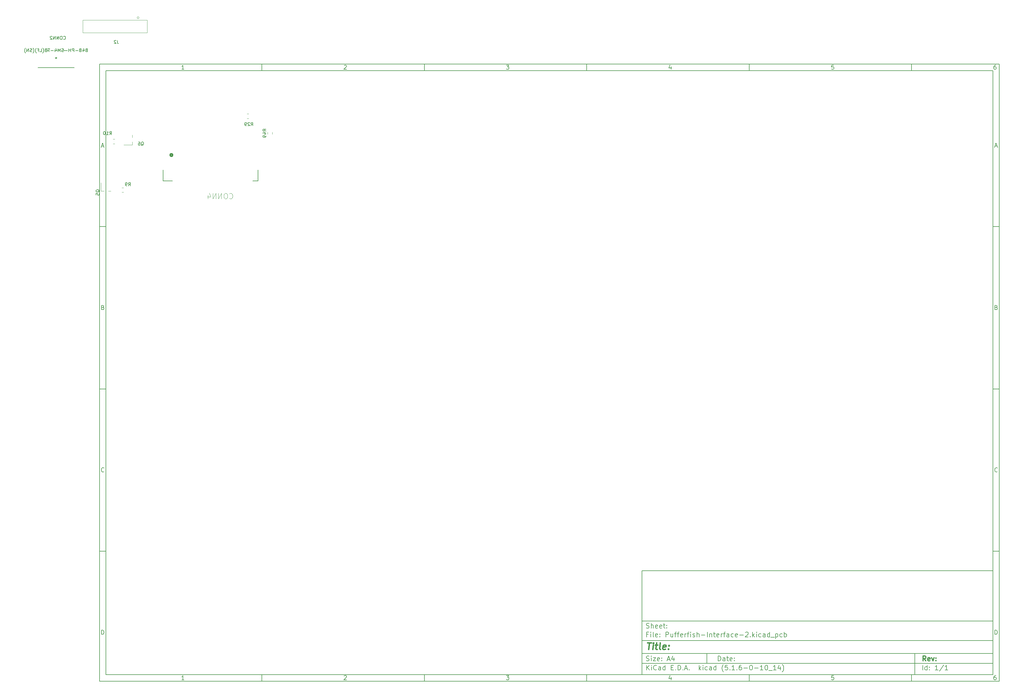
<source format=gbr>
G04 #@! TF.GenerationSoftware,KiCad,Pcbnew,(5.1.6-0-10_14)*
G04 #@! TF.CreationDate,2020-09-30T23:02:34-04:00*
G04 #@! TF.ProjectId,Pufferfish-Interface-2,50756666-6572-4666-9973-682d496e7465,rev?*
G04 #@! TF.SameCoordinates,Original*
G04 #@! TF.FileFunction,Legend,Bot*
G04 #@! TF.FilePolarity,Positive*
%FSLAX46Y46*%
G04 Gerber Fmt 4.6, Leading zero omitted, Abs format (unit mm)*
G04 Created by KiCad (PCBNEW (5.1.6-0-10_14)) date 2020-09-30 23:02:34*
%MOMM*%
%LPD*%
G01*
G04 APERTURE LIST*
%ADD10C,0.100000*%
%ADD11C,0.150000*%
%ADD12C,0.300000*%
%ADD13C,0.400000*%
%ADD14C,0.152400*%
%ADD15C,0.120000*%
%ADD16C,0.508000*%
%ADD17C,0.015000*%
G04 APERTURE END LIST*
D10*
D11*
X177002200Y-166007200D02*
X177002200Y-198007200D01*
X285002200Y-198007200D01*
X285002200Y-166007200D01*
X177002200Y-166007200D01*
D10*
D11*
X10000000Y-10000000D02*
X10000000Y-200007200D01*
X287002200Y-200007200D01*
X287002200Y-10000000D01*
X10000000Y-10000000D01*
D10*
D11*
X12000000Y-12000000D02*
X12000000Y-198007200D01*
X285002200Y-198007200D01*
X285002200Y-12000000D01*
X12000000Y-12000000D01*
D10*
D11*
X60000000Y-12000000D02*
X60000000Y-10000000D01*
D10*
D11*
X110000000Y-12000000D02*
X110000000Y-10000000D01*
D10*
D11*
X160000000Y-12000000D02*
X160000000Y-10000000D01*
D10*
D11*
X210000000Y-12000000D02*
X210000000Y-10000000D01*
D10*
D11*
X260000000Y-12000000D02*
X260000000Y-10000000D01*
D10*
D11*
X36065476Y-11588095D02*
X35322619Y-11588095D01*
X35694047Y-11588095D02*
X35694047Y-10288095D01*
X35570238Y-10473809D01*
X35446428Y-10597619D01*
X35322619Y-10659523D01*
D10*
D11*
X85322619Y-10411904D02*
X85384523Y-10350000D01*
X85508333Y-10288095D01*
X85817857Y-10288095D01*
X85941666Y-10350000D01*
X86003571Y-10411904D01*
X86065476Y-10535714D01*
X86065476Y-10659523D01*
X86003571Y-10845238D01*
X85260714Y-11588095D01*
X86065476Y-11588095D01*
D10*
D11*
X135260714Y-10288095D02*
X136065476Y-10288095D01*
X135632142Y-10783333D01*
X135817857Y-10783333D01*
X135941666Y-10845238D01*
X136003571Y-10907142D01*
X136065476Y-11030952D01*
X136065476Y-11340476D01*
X136003571Y-11464285D01*
X135941666Y-11526190D01*
X135817857Y-11588095D01*
X135446428Y-11588095D01*
X135322619Y-11526190D01*
X135260714Y-11464285D01*
D10*
D11*
X185941666Y-10721428D02*
X185941666Y-11588095D01*
X185632142Y-10226190D02*
X185322619Y-11154761D01*
X186127380Y-11154761D01*
D10*
D11*
X236003571Y-10288095D02*
X235384523Y-10288095D01*
X235322619Y-10907142D01*
X235384523Y-10845238D01*
X235508333Y-10783333D01*
X235817857Y-10783333D01*
X235941666Y-10845238D01*
X236003571Y-10907142D01*
X236065476Y-11030952D01*
X236065476Y-11340476D01*
X236003571Y-11464285D01*
X235941666Y-11526190D01*
X235817857Y-11588095D01*
X235508333Y-11588095D01*
X235384523Y-11526190D01*
X235322619Y-11464285D01*
D10*
D11*
X285941666Y-10288095D02*
X285694047Y-10288095D01*
X285570238Y-10350000D01*
X285508333Y-10411904D01*
X285384523Y-10597619D01*
X285322619Y-10845238D01*
X285322619Y-11340476D01*
X285384523Y-11464285D01*
X285446428Y-11526190D01*
X285570238Y-11588095D01*
X285817857Y-11588095D01*
X285941666Y-11526190D01*
X286003571Y-11464285D01*
X286065476Y-11340476D01*
X286065476Y-11030952D01*
X286003571Y-10907142D01*
X285941666Y-10845238D01*
X285817857Y-10783333D01*
X285570238Y-10783333D01*
X285446428Y-10845238D01*
X285384523Y-10907142D01*
X285322619Y-11030952D01*
D10*
D11*
X60000000Y-198007200D02*
X60000000Y-200007200D01*
D10*
D11*
X110000000Y-198007200D02*
X110000000Y-200007200D01*
D10*
D11*
X160000000Y-198007200D02*
X160000000Y-200007200D01*
D10*
D11*
X210000000Y-198007200D02*
X210000000Y-200007200D01*
D10*
D11*
X260000000Y-198007200D02*
X260000000Y-200007200D01*
D10*
D11*
X36065476Y-199595295D02*
X35322619Y-199595295D01*
X35694047Y-199595295D02*
X35694047Y-198295295D01*
X35570238Y-198481009D01*
X35446428Y-198604819D01*
X35322619Y-198666723D01*
D10*
D11*
X85322619Y-198419104D02*
X85384523Y-198357200D01*
X85508333Y-198295295D01*
X85817857Y-198295295D01*
X85941666Y-198357200D01*
X86003571Y-198419104D01*
X86065476Y-198542914D01*
X86065476Y-198666723D01*
X86003571Y-198852438D01*
X85260714Y-199595295D01*
X86065476Y-199595295D01*
D10*
D11*
X135260714Y-198295295D02*
X136065476Y-198295295D01*
X135632142Y-198790533D01*
X135817857Y-198790533D01*
X135941666Y-198852438D01*
X136003571Y-198914342D01*
X136065476Y-199038152D01*
X136065476Y-199347676D01*
X136003571Y-199471485D01*
X135941666Y-199533390D01*
X135817857Y-199595295D01*
X135446428Y-199595295D01*
X135322619Y-199533390D01*
X135260714Y-199471485D01*
D10*
D11*
X185941666Y-198728628D02*
X185941666Y-199595295D01*
X185632142Y-198233390D02*
X185322619Y-199161961D01*
X186127380Y-199161961D01*
D10*
D11*
X236003571Y-198295295D02*
X235384523Y-198295295D01*
X235322619Y-198914342D01*
X235384523Y-198852438D01*
X235508333Y-198790533D01*
X235817857Y-198790533D01*
X235941666Y-198852438D01*
X236003571Y-198914342D01*
X236065476Y-199038152D01*
X236065476Y-199347676D01*
X236003571Y-199471485D01*
X235941666Y-199533390D01*
X235817857Y-199595295D01*
X235508333Y-199595295D01*
X235384523Y-199533390D01*
X235322619Y-199471485D01*
D10*
D11*
X285941666Y-198295295D02*
X285694047Y-198295295D01*
X285570238Y-198357200D01*
X285508333Y-198419104D01*
X285384523Y-198604819D01*
X285322619Y-198852438D01*
X285322619Y-199347676D01*
X285384523Y-199471485D01*
X285446428Y-199533390D01*
X285570238Y-199595295D01*
X285817857Y-199595295D01*
X285941666Y-199533390D01*
X286003571Y-199471485D01*
X286065476Y-199347676D01*
X286065476Y-199038152D01*
X286003571Y-198914342D01*
X285941666Y-198852438D01*
X285817857Y-198790533D01*
X285570238Y-198790533D01*
X285446428Y-198852438D01*
X285384523Y-198914342D01*
X285322619Y-199038152D01*
D10*
D11*
X10000000Y-60000000D02*
X12000000Y-60000000D01*
D10*
D11*
X10000000Y-110000000D02*
X12000000Y-110000000D01*
D10*
D11*
X10000000Y-160000000D02*
X12000000Y-160000000D01*
D10*
D11*
X10690476Y-35216666D02*
X11309523Y-35216666D01*
X10566666Y-35588095D02*
X11000000Y-34288095D01*
X11433333Y-35588095D01*
D10*
D11*
X11092857Y-84907142D02*
X11278571Y-84969047D01*
X11340476Y-85030952D01*
X11402380Y-85154761D01*
X11402380Y-85340476D01*
X11340476Y-85464285D01*
X11278571Y-85526190D01*
X11154761Y-85588095D01*
X10659523Y-85588095D01*
X10659523Y-84288095D01*
X11092857Y-84288095D01*
X11216666Y-84350000D01*
X11278571Y-84411904D01*
X11340476Y-84535714D01*
X11340476Y-84659523D01*
X11278571Y-84783333D01*
X11216666Y-84845238D01*
X11092857Y-84907142D01*
X10659523Y-84907142D01*
D10*
D11*
X11402380Y-135464285D02*
X11340476Y-135526190D01*
X11154761Y-135588095D01*
X11030952Y-135588095D01*
X10845238Y-135526190D01*
X10721428Y-135402380D01*
X10659523Y-135278571D01*
X10597619Y-135030952D01*
X10597619Y-134845238D01*
X10659523Y-134597619D01*
X10721428Y-134473809D01*
X10845238Y-134350000D01*
X11030952Y-134288095D01*
X11154761Y-134288095D01*
X11340476Y-134350000D01*
X11402380Y-134411904D01*
D10*
D11*
X10659523Y-185588095D02*
X10659523Y-184288095D01*
X10969047Y-184288095D01*
X11154761Y-184350000D01*
X11278571Y-184473809D01*
X11340476Y-184597619D01*
X11402380Y-184845238D01*
X11402380Y-185030952D01*
X11340476Y-185278571D01*
X11278571Y-185402380D01*
X11154761Y-185526190D01*
X10969047Y-185588095D01*
X10659523Y-185588095D01*
D10*
D11*
X287002200Y-60000000D02*
X285002200Y-60000000D01*
D10*
D11*
X287002200Y-110000000D02*
X285002200Y-110000000D01*
D10*
D11*
X287002200Y-160000000D02*
X285002200Y-160000000D01*
D10*
D11*
X285692676Y-35216666D02*
X286311723Y-35216666D01*
X285568866Y-35588095D02*
X286002200Y-34288095D01*
X286435533Y-35588095D01*
D10*
D11*
X286095057Y-84907142D02*
X286280771Y-84969047D01*
X286342676Y-85030952D01*
X286404580Y-85154761D01*
X286404580Y-85340476D01*
X286342676Y-85464285D01*
X286280771Y-85526190D01*
X286156961Y-85588095D01*
X285661723Y-85588095D01*
X285661723Y-84288095D01*
X286095057Y-84288095D01*
X286218866Y-84350000D01*
X286280771Y-84411904D01*
X286342676Y-84535714D01*
X286342676Y-84659523D01*
X286280771Y-84783333D01*
X286218866Y-84845238D01*
X286095057Y-84907142D01*
X285661723Y-84907142D01*
D10*
D11*
X286404580Y-135464285D02*
X286342676Y-135526190D01*
X286156961Y-135588095D01*
X286033152Y-135588095D01*
X285847438Y-135526190D01*
X285723628Y-135402380D01*
X285661723Y-135278571D01*
X285599819Y-135030952D01*
X285599819Y-134845238D01*
X285661723Y-134597619D01*
X285723628Y-134473809D01*
X285847438Y-134350000D01*
X286033152Y-134288095D01*
X286156961Y-134288095D01*
X286342676Y-134350000D01*
X286404580Y-134411904D01*
D10*
D11*
X285661723Y-185588095D02*
X285661723Y-184288095D01*
X285971247Y-184288095D01*
X286156961Y-184350000D01*
X286280771Y-184473809D01*
X286342676Y-184597619D01*
X286404580Y-184845238D01*
X286404580Y-185030952D01*
X286342676Y-185278571D01*
X286280771Y-185402380D01*
X286156961Y-185526190D01*
X285971247Y-185588095D01*
X285661723Y-185588095D01*
D10*
D11*
X200434342Y-193785771D02*
X200434342Y-192285771D01*
X200791485Y-192285771D01*
X201005771Y-192357200D01*
X201148628Y-192500057D01*
X201220057Y-192642914D01*
X201291485Y-192928628D01*
X201291485Y-193142914D01*
X201220057Y-193428628D01*
X201148628Y-193571485D01*
X201005771Y-193714342D01*
X200791485Y-193785771D01*
X200434342Y-193785771D01*
X202577200Y-193785771D02*
X202577200Y-193000057D01*
X202505771Y-192857200D01*
X202362914Y-192785771D01*
X202077200Y-192785771D01*
X201934342Y-192857200D01*
X202577200Y-193714342D02*
X202434342Y-193785771D01*
X202077200Y-193785771D01*
X201934342Y-193714342D01*
X201862914Y-193571485D01*
X201862914Y-193428628D01*
X201934342Y-193285771D01*
X202077200Y-193214342D01*
X202434342Y-193214342D01*
X202577200Y-193142914D01*
X203077200Y-192785771D02*
X203648628Y-192785771D01*
X203291485Y-192285771D02*
X203291485Y-193571485D01*
X203362914Y-193714342D01*
X203505771Y-193785771D01*
X203648628Y-193785771D01*
X204720057Y-193714342D02*
X204577200Y-193785771D01*
X204291485Y-193785771D01*
X204148628Y-193714342D01*
X204077200Y-193571485D01*
X204077200Y-193000057D01*
X204148628Y-192857200D01*
X204291485Y-192785771D01*
X204577200Y-192785771D01*
X204720057Y-192857200D01*
X204791485Y-193000057D01*
X204791485Y-193142914D01*
X204077200Y-193285771D01*
X205434342Y-193642914D02*
X205505771Y-193714342D01*
X205434342Y-193785771D01*
X205362914Y-193714342D01*
X205434342Y-193642914D01*
X205434342Y-193785771D01*
X205434342Y-192857200D02*
X205505771Y-192928628D01*
X205434342Y-193000057D01*
X205362914Y-192928628D01*
X205434342Y-192857200D01*
X205434342Y-193000057D01*
D10*
D11*
X177002200Y-194507200D02*
X285002200Y-194507200D01*
D10*
D11*
X178434342Y-196585771D02*
X178434342Y-195085771D01*
X179291485Y-196585771D02*
X178648628Y-195728628D01*
X179291485Y-195085771D02*
X178434342Y-195942914D01*
X179934342Y-196585771D02*
X179934342Y-195585771D01*
X179934342Y-195085771D02*
X179862914Y-195157200D01*
X179934342Y-195228628D01*
X180005771Y-195157200D01*
X179934342Y-195085771D01*
X179934342Y-195228628D01*
X181505771Y-196442914D02*
X181434342Y-196514342D01*
X181220057Y-196585771D01*
X181077200Y-196585771D01*
X180862914Y-196514342D01*
X180720057Y-196371485D01*
X180648628Y-196228628D01*
X180577200Y-195942914D01*
X180577200Y-195728628D01*
X180648628Y-195442914D01*
X180720057Y-195300057D01*
X180862914Y-195157200D01*
X181077200Y-195085771D01*
X181220057Y-195085771D01*
X181434342Y-195157200D01*
X181505771Y-195228628D01*
X182791485Y-196585771D02*
X182791485Y-195800057D01*
X182720057Y-195657200D01*
X182577200Y-195585771D01*
X182291485Y-195585771D01*
X182148628Y-195657200D01*
X182791485Y-196514342D02*
X182648628Y-196585771D01*
X182291485Y-196585771D01*
X182148628Y-196514342D01*
X182077200Y-196371485D01*
X182077200Y-196228628D01*
X182148628Y-196085771D01*
X182291485Y-196014342D01*
X182648628Y-196014342D01*
X182791485Y-195942914D01*
X184148628Y-196585771D02*
X184148628Y-195085771D01*
X184148628Y-196514342D02*
X184005771Y-196585771D01*
X183720057Y-196585771D01*
X183577200Y-196514342D01*
X183505771Y-196442914D01*
X183434342Y-196300057D01*
X183434342Y-195871485D01*
X183505771Y-195728628D01*
X183577200Y-195657200D01*
X183720057Y-195585771D01*
X184005771Y-195585771D01*
X184148628Y-195657200D01*
X186005771Y-195800057D02*
X186505771Y-195800057D01*
X186720057Y-196585771D02*
X186005771Y-196585771D01*
X186005771Y-195085771D01*
X186720057Y-195085771D01*
X187362914Y-196442914D02*
X187434342Y-196514342D01*
X187362914Y-196585771D01*
X187291485Y-196514342D01*
X187362914Y-196442914D01*
X187362914Y-196585771D01*
X188077200Y-196585771D02*
X188077200Y-195085771D01*
X188434342Y-195085771D01*
X188648628Y-195157200D01*
X188791485Y-195300057D01*
X188862914Y-195442914D01*
X188934342Y-195728628D01*
X188934342Y-195942914D01*
X188862914Y-196228628D01*
X188791485Y-196371485D01*
X188648628Y-196514342D01*
X188434342Y-196585771D01*
X188077200Y-196585771D01*
X189577200Y-196442914D02*
X189648628Y-196514342D01*
X189577200Y-196585771D01*
X189505771Y-196514342D01*
X189577200Y-196442914D01*
X189577200Y-196585771D01*
X190220057Y-196157200D02*
X190934342Y-196157200D01*
X190077200Y-196585771D02*
X190577200Y-195085771D01*
X191077200Y-196585771D01*
X191577200Y-196442914D02*
X191648628Y-196514342D01*
X191577200Y-196585771D01*
X191505771Y-196514342D01*
X191577200Y-196442914D01*
X191577200Y-196585771D01*
X194577200Y-196585771D02*
X194577200Y-195085771D01*
X194720057Y-196014342D02*
X195148628Y-196585771D01*
X195148628Y-195585771D02*
X194577200Y-196157200D01*
X195791485Y-196585771D02*
X195791485Y-195585771D01*
X195791485Y-195085771D02*
X195720057Y-195157200D01*
X195791485Y-195228628D01*
X195862914Y-195157200D01*
X195791485Y-195085771D01*
X195791485Y-195228628D01*
X197148628Y-196514342D02*
X197005771Y-196585771D01*
X196720057Y-196585771D01*
X196577200Y-196514342D01*
X196505771Y-196442914D01*
X196434342Y-196300057D01*
X196434342Y-195871485D01*
X196505771Y-195728628D01*
X196577200Y-195657200D01*
X196720057Y-195585771D01*
X197005771Y-195585771D01*
X197148628Y-195657200D01*
X198434342Y-196585771D02*
X198434342Y-195800057D01*
X198362914Y-195657200D01*
X198220057Y-195585771D01*
X197934342Y-195585771D01*
X197791485Y-195657200D01*
X198434342Y-196514342D02*
X198291485Y-196585771D01*
X197934342Y-196585771D01*
X197791485Y-196514342D01*
X197720057Y-196371485D01*
X197720057Y-196228628D01*
X197791485Y-196085771D01*
X197934342Y-196014342D01*
X198291485Y-196014342D01*
X198434342Y-195942914D01*
X199791485Y-196585771D02*
X199791485Y-195085771D01*
X199791485Y-196514342D02*
X199648628Y-196585771D01*
X199362914Y-196585771D01*
X199220057Y-196514342D01*
X199148628Y-196442914D01*
X199077200Y-196300057D01*
X199077200Y-195871485D01*
X199148628Y-195728628D01*
X199220057Y-195657200D01*
X199362914Y-195585771D01*
X199648628Y-195585771D01*
X199791485Y-195657200D01*
X202077200Y-197157200D02*
X202005771Y-197085771D01*
X201862914Y-196871485D01*
X201791485Y-196728628D01*
X201720057Y-196514342D01*
X201648628Y-196157200D01*
X201648628Y-195871485D01*
X201720057Y-195514342D01*
X201791485Y-195300057D01*
X201862914Y-195157200D01*
X202005771Y-194942914D01*
X202077200Y-194871485D01*
X203362914Y-195085771D02*
X202648628Y-195085771D01*
X202577200Y-195800057D01*
X202648628Y-195728628D01*
X202791485Y-195657200D01*
X203148628Y-195657200D01*
X203291485Y-195728628D01*
X203362914Y-195800057D01*
X203434342Y-195942914D01*
X203434342Y-196300057D01*
X203362914Y-196442914D01*
X203291485Y-196514342D01*
X203148628Y-196585771D01*
X202791485Y-196585771D01*
X202648628Y-196514342D01*
X202577200Y-196442914D01*
X204077200Y-196442914D02*
X204148628Y-196514342D01*
X204077200Y-196585771D01*
X204005771Y-196514342D01*
X204077200Y-196442914D01*
X204077200Y-196585771D01*
X205577200Y-196585771D02*
X204720057Y-196585771D01*
X205148628Y-196585771D02*
X205148628Y-195085771D01*
X205005771Y-195300057D01*
X204862914Y-195442914D01*
X204720057Y-195514342D01*
X206220057Y-196442914D02*
X206291485Y-196514342D01*
X206220057Y-196585771D01*
X206148628Y-196514342D01*
X206220057Y-196442914D01*
X206220057Y-196585771D01*
X207577200Y-195085771D02*
X207291485Y-195085771D01*
X207148628Y-195157200D01*
X207077200Y-195228628D01*
X206934342Y-195442914D01*
X206862914Y-195728628D01*
X206862914Y-196300057D01*
X206934342Y-196442914D01*
X207005771Y-196514342D01*
X207148628Y-196585771D01*
X207434342Y-196585771D01*
X207577200Y-196514342D01*
X207648628Y-196442914D01*
X207720057Y-196300057D01*
X207720057Y-195942914D01*
X207648628Y-195800057D01*
X207577200Y-195728628D01*
X207434342Y-195657200D01*
X207148628Y-195657200D01*
X207005771Y-195728628D01*
X206934342Y-195800057D01*
X206862914Y-195942914D01*
X208362914Y-196014342D02*
X209505771Y-196014342D01*
X210505771Y-195085771D02*
X210648628Y-195085771D01*
X210791485Y-195157200D01*
X210862914Y-195228628D01*
X210934342Y-195371485D01*
X211005771Y-195657200D01*
X211005771Y-196014342D01*
X210934342Y-196300057D01*
X210862914Y-196442914D01*
X210791485Y-196514342D01*
X210648628Y-196585771D01*
X210505771Y-196585771D01*
X210362914Y-196514342D01*
X210291485Y-196442914D01*
X210220057Y-196300057D01*
X210148628Y-196014342D01*
X210148628Y-195657200D01*
X210220057Y-195371485D01*
X210291485Y-195228628D01*
X210362914Y-195157200D01*
X210505771Y-195085771D01*
X211648628Y-196014342D02*
X212791485Y-196014342D01*
X214291485Y-196585771D02*
X213434342Y-196585771D01*
X213862914Y-196585771D02*
X213862914Y-195085771D01*
X213720057Y-195300057D01*
X213577200Y-195442914D01*
X213434342Y-195514342D01*
X215220057Y-195085771D02*
X215362914Y-195085771D01*
X215505771Y-195157200D01*
X215577200Y-195228628D01*
X215648628Y-195371485D01*
X215720057Y-195657200D01*
X215720057Y-196014342D01*
X215648628Y-196300057D01*
X215577200Y-196442914D01*
X215505771Y-196514342D01*
X215362914Y-196585771D01*
X215220057Y-196585771D01*
X215077200Y-196514342D01*
X215005771Y-196442914D01*
X214934342Y-196300057D01*
X214862914Y-196014342D01*
X214862914Y-195657200D01*
X214934342Y-195371485D01*
X215005771Y-195228628D01*
X215077200Y-195157200D01*
X215220057Y-195085771D01*
X216005771Y-196728628D02*
X217148628Y-196728628D01*
X218291485Y-196585771D02*
X217434342Y-196585771D01*
X217862914Y-196585771D02*
X217862914Y-195085771D01*
X217720057Y-195300057D01*
X217577200Y-195442914D01*
X217434342Y-195514342D01*
X219577200Y-195585771D02*
X219577200Y-196585771D01*
X219220057Y-195014342D02*
X218862914Y-196085771D01*
X219791485Y-196085771D01*
X220220057Y-197157200D02*
X220291485Y-197085771D01*
X220434342Y-196871485D01*
X220505771Y-196728628D01*
X220577200Y-196514342D01*
X220648628Y-196157200D01*
X220648628Y-195871485D01*
X220577200Y-195514342D01*
X220505771Y-195300057D01*
X220434342Y-195157200D01*
X220291485Y-194942914D01*
X220220057Y-194871485D01*
D10*
D11*
X177002200Y-191507200D02*
X285002200Y-191507200D01*
D10*
D12*
X264411485Y-193785771D02*
X263911485Y-193071485D01*
X263554342Y-193785771D02*
X263554342Y-192285771D01*
X264125771Y-192285771D01*
X264268628Y-192357200D01*
X264340057Y-192428628D01*
X264411485Y-192571485D01*
X264411485Y-192785771D01*
X264340057Y-192928628D01*
X264268628Y-193000057D01*
X264125771Y-193071485D01*
X263554342Y-193071485D01*
X265625771Y-193714342D02*
X265482914Y-193785771D01*
X265197200Y-193785771D01*
X265054342Y-193714342D01*
X264982914Y-193571485D01*
X264982914Y-193000057D01*
X265054342Y-192857200D01*
X265197200Y-192785771D01*
X265482914Y-192785771D01*
X265625771Y-192857200D01*
X265697200Y-193000057D01*
X265697200Y-193142914D01*
X264982914Y-193285771D01*
X266197200Y-192785771D02*
X266554342Y-193785771D01*
X266911485Y-192785771D01*
X267482914Y-193642914D02*
X267554342Y-193714342D01*
X267482914Y-193785771D01*
X267411485Y-193714342D01*
X267482914Y-193642914D01*
X267482914Y-193785771D01*
X267482914Y-192857200D02*
X267554342Y-192928628D01*
X267482914Y-193000057D01*
X267411485Y-192928628D01*
X267482914Y-192857200D01*
X267482914Y-193000057D01*
D10*
D11*
X178362914Y-193714342D02*
X178577200Y-193785771D01*
X178934342Y-193785771D01*
X179077200Y-193714342D01*
X179148628Y-193642914D01*
X179220057Y-193500057D01*
X179220057Y-193357200D01*
X179148628Y-193214342D01*
X179077200Y-193142914D01*
X178934342Y-193071485D01*
X178648628Y-193000057D01*
X178505771Y-192928628D01*
X178434342Y-192857200D01*
X178362914Y-192714342D01*
X178362914Y-192571485D01*
X178434342Y-192428628D01*
X178505771Y-192357200D01*
X178648628Y-192285771D01*
X179005771Y-192285771D01*
X179220057Y-192357200D01*
X179862914Y-193785771D02*
X179862914Y-192785771D01*
X179862914Y-192285771D02*
X179791485Y-192357200D01*
X179862914Y-192428628D01*
X179934342Y-192357200D01*
X179862914Y-192285771D01*
X179862914Y-192428628D01*
X180434342Y-192785771D02*
X181220057Y-192785771D01*
X180434342Y-193785771D01*
X181220057Y-193785771D01*
X182362914Y-193714342D02*
X182220057Y-193785771D01*
X181934342Y-193785771D01*
X181791485Y-193714342D01*
X181720057Y-193571485D01*
X181720057Y-193000057D01*
X181791485Y-192857200D01*
X181934342Y-192785771D01*
X182220057Y-192785771D01*
X182362914Y-192857200D01*
X182434342Y-193000057D01*
X182434342Y-193142914D01*
X181720057Y-193285771D01*
X183077200Y-193642914D02*
X183148628Y-193714342D01*
X183077200Y-193785771D01*
X183005771Y-193714342D01*
X183077200Y-193642914D01*
X183077200Y-193785771D01*
X183077200Y-192857200D02*
X183148628Y-192928628D01*
X183077200Y-193000057D01*
X183005771Y-192928628D01*
X183077200Y-192857200D01*
X183077200Y-193000057D01*
X184862914Y-193357200D02*
X185577200Y-193357200D01*
X184720057Y-193785771D02*
X185220057Y-192285771D01*
X185720057Y-193785771D01*
X186862914Y-192785771D02*
X186862914Y-193785771D01*
X186505771Y-192214342D02*
X186148628Y-193285771D01*
X187077200Y-193285771D01*
D10*
D11*
X263434342Y-196585771D02*
X263434342Y-195085771D01*
X264791485Y-196585771D02*
X264791485Y-195085771D01*
X264791485Y-196514342D02*
X264648628Y-196585771D01*
X264362914Y-196585771D01*
X264220057Y-196514342D01*
X264148628Y-196442914D01*
X264077200Y-196300057D01*
X264077200Y-195871485D01*
X264148628Y-195728628D01*
X264220057Y-195657200D01*
X264362914Y-195585771D01*
X264648628Y-195585771D01*
X264791485Y-195657200D01*
X265505771Y-196442914D02*
X265577200Y-196514342D01*
X265505771Y-196585771D01*
X265434342Y-196514342D01*
X265505771Y-196442914D01*
X265505771Y-196585771D01*
X265505771Y-195657200D02*
X265577200Y-195728628D01*
X265505771Y-195800057D01*
X265434342Y-195728628D01*
X265505771Y-195657200D01*
X265505771Y-195800057D01*
X268148628Y-196585771D02*
X267291485Y-196585771D01*
X267720057Y-196585771D02*
X267720057Y-195085771D01*
X267577200Y-195300057D01*
X267434342Y-195442914D01*
X267291485Y-195514342D01*
X269862914Y-195014342D02*
X268577200Y-196942914D01*
X271148628Y-196585771D02*
X270291485Y-196585771D01*
X270720057Y-196585771D02*
X270720057Y-195085771D01*
X270577200Y-195300057D01*
X270434342Y-195442914D01*
X270291485Y-195514342D01*
D10*
D11*
X177002200Y-187507200D02*
X285002200Y-187507200D01*
D10*
D13*
X178714580Y-188211961D02*
X179857438Y-188211961D01*
X179036009Y-190211961D02*
X179286009Y-188211961D01*
X180274104Y-190211961D02*
X180440771Y-188878628D01*
X180524104Y-188211961D02*
X180416961Y-188307200D01*
X180500295Y-188402438D01*
X180607438Y-188307200D01*
X180524104Y-188211961D01*
X180500295Y-188402438D01*
X181107438Y-188878628D02*
X181869342Y-188878628D01*
X181476485Y-188211961D02*
X181262200Y-189926247D01*
X181333628Y-190116723D01*
X181512200Y-190211961D01*
X181702676Y-190211961D01*
X182655057Y-190211961D02*
X182476485Y-190116723D01*
X182405057Y-189926247D01*
X182619342Y-188211961D01*
X184190771Y-190116723D02*
X183988390Y-190211961D01*
X183607438Y-190211961D01*
X183428866Y-190116723D01*
X183357438Y-189926247D01*
X183452676Y-189164342D01*
X183571723Y-188973866D01*
X183774104Y-188878628D01*
X184155057Y-188878628D01*
X184333628Y-188973866D01*
X184405057Y-189164342D01*
X184381247Y-189354819D01*
X183405057Y-189545295D01*
X185155057Y-190021485D02*
X185238390Y-190116723D01*
X185131247Y-190211961D01*
X185047914Y-190116723D01*
X185155057Y-190021485D01*
X185131247Y-190211961D01*
X185286009Y-188973866D02*
X185369342Y-189069104D01*
X185262200Y-189164342D01*
X185178866Y-189069104D01*
X185286009Y-188973866D01*
X185262200Y-189164342D01*
D10*
D11*
X178934342Y-185600057D02*
X178434342Y-185600057D01*
X178434342Y-186385771D02*
X178434342Y-184885771D01*
X179148628Y-184885771D01*
X179720057Y-186385771D02*
X179720057Y-185385771D01*
X179720057Y-184885771D02*
X179648628Y-184957200D01*
X179720057Y-185028628D01*
X179791485Y-184957200D01*
X179720057Y-184885771D01*
X179720057Y-185028628D01*
X180648628Y-186385771D02*
X180505771Y-186314342D01*
X180434342Y-186171485D01*
X180434342Y-184885771D01*
X181791485Y-186314342D02*
X181648628Y-186385771D01*
X181362914Y-186385771D01*
X181220057Y-186314342D01*
X181148628Y-186171485D01*
X181148628Y-185600057D01*
X181220057Y-185457200D01*
X181362914Y-185385771D01*
X181648628Y-185385771D01*
X181791485Y-185457200D01*
X181862914Y-185600057D01*
X181862914Y-185742914D01*
X181148628Y-185885771D01*
X182505771Y-186242914D02*
X182577200Y-186314342D01*
X182505771Y-186385771D01*
X182434342Y-186314342D01*
X182505771Y-186242914D01*
X182505771Y-186385771D01*
X182505771Y-185457200D02*
X182577200Y-185528628D01*
X182505771Y-185600057D01*
X182434342Y-185528628D01*
X182505771Y-185457200D01*
X182505771Y-185600057D01*
X184362914Y-186385771D02*
X184362914Y-184885771D01*
X184934342Y-184885771D01*
X185077200Y-184957200D01*
X185148628Y-185028628D01*
X185220057Y-185171485D01*
X185220057Y-185385771D01*
X185148628Y-185528628D01*
X185077200Y-185600057D01*
X184934342Y-185671485D01*
X184362914Y-185671485D01*
X186505771Y-185385771D02*
X186505771Y-186385771D01*
X185862914Y-185385771D02*
X185862914Y-186171485D01*
X185934342Y-186314342D01*
X186077200Y-186385771D01*
X186291485Y-186385771D01*
X186434342Y-186314342D01*
X186505771Y-186242914D01*
X187005771Y-185385771D02*
X187577200Y-185385771D01*
X187220057Y-186385771D02*
X187220057Y-185100057D01*
X187291485Y-184957200D01*
X187434342Y-184885771D01*
X187577200Y-184885771D01*
X187862914Y-185385771D02*
X188434342Y-185385771D01*
X188077200Y-186385771D02*
X188077200Y-185100057D01*
X188148628Y-184957200D01*
X188291485Y-184885771D01*
X188434342Y-184885771D01*
X189505771Y-186314342D02*
X189362914Y-186385771D01*
X189077200Y-186385771D01*
X188934342Y-186314342D01*
X188862914Y-186171485D01*
X188862914Y-185600057D01*
X188934342Y-185457200D01*
X189077200Y-185385771D01*
X189362914Y-185385771D01*
X189505771Y-185457200D01*
X189577200Y-185600057D01*
X189577200Y-185742914D01*
X188862914Y-185885771D01*
X190220057Y-186385771D02*
X190220057Y-185385771D01*
X190220057Y-185671485D02*
X190291485Y-185528628D01*
X190362914Y-185457200D01*
X190505771Y-185385771D01*
X190648628Y-185385771D01*
X190934342Y-185385771D02*
X191505771Y-185385771D01*
X191148628Y-186385771D02*
X191148628Y-185100057D01*
X191220057Y-184957200D01*
X191362914Y-184885771D01*
X191505771Y-184885771D01*
X192005771Y-186385771D02*
X192005771Y-185385771D01*
X192005771Y-184885771D02*
X191934342Y-184957200D01*
X192005771Y-185028628D01*
X192077200Y-184957200D01*
X192005771Y-184885771D01*
X192005771Y-185028628D01*
X192648628Y-186314342D02*
X192791485Y-186385771D01*
X193077200Y-186385771D01*
X193220057Y-186314342D01*
X193291485Y-186171485D01*
X193291485Y-186100057D01*
X193220057Y-185957200D01*
X193077200Y-185885771D01*
X192862914Y-185885771D01*
X192720057Y-185814342D01*
X192648628Y-185671485D01*
X192648628Y-185600057D01*
X192720057Y-185457200D01*
X192862914Y-185385771D01*
X193077200Y-185385771D01*
X193220057Y-185457200D01*
X193934342Y-186385771D02*
X193934342Y-184885771D01*
X194577200Y-186385771D02*
X194577200Y-185600057D01*
X194505771Y-185457200D01*
X194362914Y-185385771D01*
X194148628Y-185385771D01*
X194005771Y-185457200D01*
X193934342Y-185528628D01*
X195291485Y-185814342D02*
X196434342Y-185814342D01*
X197148628Y-186385771D02*
X197148628Y-184885771D01*
X197862914Y-185385771D02*
X197862914Y-186385771D01*
X197862914Y-185528628D02*
X197934342Y-185457200D01*
X198077200Y-185385771D01*
X198291485Y-185385771D01*
X198434342Y-185457200D01*
X198505771Y-185600057D01*
X198505771Y-186385771D01*
X199005771Y-185385771D02*
X199577200Y-185385771D01*
X199220057Y-184885771D02*
X199220057Y-186171485D01*
X199291485Y-186314342D01*
X199434342Y-186385771D01*
X199577200Y-186385771D01*
X200648628Y-186314342D02*
X200505771Y-186385771D01*
X200220057Y-186385771D01*
X200077200Y-186314342D01*
X200005771Y-186171485D01*
X200005771Y-185600057D01*
X200077200Y-185457200D01*
X200220057Y-185385771D01*
X200505771Y-185385771D01*
X200648628Y-185457200D01*
X200720057Y-185600057D01*
X200720057Y-185742914D01*
X200005771Y-185885771D01*
X201362914Y-186385771D02*
X201362914Y-185385771D01*
X201362914Y-185671485D02*
X201434342Y-185528628D01*
X201505771Y-185457200D01*
X201648628Y-185385771D01*
X201791485Y-185385771D01*
X202077200Y-185385771D02*
X202648628Y-185385771D01*
X202291485Y-186385771D02*
X202291485Y-185100057D01*
X202362914Y-184957200D01*
X202505771Y-184885771D01*
X202648628Y-184885771D01*
X203791485Y-186385771D02*
X203791485Y-185600057D01*
X203720057Y-185457200D01*
X203577200Y-185385771D01*
X203291485Y-185385771D01*
X203148628Y-185457200D01*
X203791485Y-186314342D02*
X203648628Y-186385771D01*
X203291485Y-186385771D01*
X203148628Y-186314342D01*
X203077200Y-186171485D01*
X203077200Y-186028628D01*
X203148628Y-185885771D01*
X203291485Y-185814342D01*
X203648628Y-185814342D01*
X203791485Y-185742914D01*
X205148628Y-186314342D02*
X205005771Y-186385771D01*
X204720057Y-186385771D01*
X204577200Y-186314342D01*
X204505771Y-186242914D01*
X204434342Y-186100057D01*
X204434342Y-185671485D01*
X204505771Y-185528628D01*
X204577200Y-185457200D01*
X204720057Y-185385771D01*
X205005771Y-185385771D01*
X205148628Y-185457200D01*
X206362914Y-186314342D02*
X206220057Y-186385771D01*
X205934342Y-186385771D01*
X205791485Y-186314342D01*
X205720057Y-186171485D01*
X205720057Y-185600057D01*
X205791485Y-185457200D01*
X205934342Y-185385771D01*
X206220057Y-185385771D01*
X206362914Y-185457200D01*
X206434342Y-185600057D01*
X206434342Y-185742914D01*
X205720057Y-185885771D01*
X207077200Y-185814342D02*
X208220057Y-185814342D01*
X208862914Y-185028628D02*
X208934342Y-184957200D01*
X209077200Y-184885771D01*
X209434342Y-184885771D01*
X209577200Y-184957200D01*
X209648628Y-185028628D01*
X209720057Y-185171485D01*
X209720057Y-185314342D01*
X209648628Y-185528628D01*
X208791485Y-186385771D01*
X209720057Y-186385771D01*
X210362914Y-186242914D02*
X210434342Y-186314342D01*
X210362914Y-186385771D01*
X210291485Y-186314342D01*
X210362914Y-186242914D01*
X210362914Y-186385771D01*
X211077200Y-186385771D02*
X211077200Y-184885771D01*
X211220057Y-185814342D02*
X211648628Y-186385771D01*
X211648628Y-185385771D02*
X211077200Y-185957200D01*
X212291485Y-186385771D02*
X212291485Y-185385771D01*
X212291485Y-184885771D02*
X212220057Y-184957200D01*
X212291485Y-185028628D01*
X212362914Y-184957200D01*
X212291485Y-184885771D01*
X212291485Y-185028628D01*
X213648628Y-186314342D02*
X213505771Y-186385771D01*
X213220057Y-186385771D01*
X213077200Y-186314342D01*
X213005771Y-186242914D01*
X212934342Y-186100057D01*
X212934342Y-185671485D01*
X213005771Y-185528628D01*
X213077200Y-185457200D01*
X213220057Y-185385771D01*
X213505771Y-185385771D01*
X213648628Y-185457200D01*
X214934342Y-186385771D02*
X214934342Y-185600057D01*
X214862914Y-185457200D01*
X214720057Y-185385771D01*
X214434342Y-185385771D01*
X214291485Y-185457200D01*
X214934342Y-186314342D02*
X214791485Y-186385771D01*
X214434342Y-186385771D01*
X214291485Y-186314342D01*
X214220057Y-186171485D01*
X214220057Y-186028628D01*
X214291485Y-185885771D01*
X214434342Y-185814342D01*
X214791485Y-185814342D01*
X214934342Y-185742914D01*
X216291485Y-186385771D02*
X216291485Y-184885771D01*
X216291485Y-186314342D02*
X216148628Y-186385771D01*
X215862914Y-186385771D01*
X215720057Y-186314342D01*
X215648628Y-186242914D01*
X215577200Y-186100057D01*
X215577200Y-185671485D01*
X215648628Y-185528628D01*
X215720057Y-185457200D01*
X215862914Y-185385771D01*
X216148628Y-185385771D01*
X216291485Y-185457200D01*
X216648628Y-186528628D02*
X217791485Y-186528628D01*
X218148628Y-185385771D02*
X218148628Y-186885771D01*
X218148628Y-185457200D02*
X218291485Y-185385771D01*
X218577200Y-185385771D01*
X218720057Y-185457200D01*
X218791485Y-185528628D01*
X218862914Y-185671485D01*
X218862914Y-186100057D01*
X218791485Y-186242914D01*
X218720057Y-186314342D01*
X218577200Y-186385771D01*
X218291485Y-186385771D01*
X218148628Y-186314342D01*
X220148628Y-186314342D02*
X220005771Y-186385771D01*
X219720057Y-186385771D01*
X219577200Y-186314342D01*
X219505771Y-186242914D01*
X219434342Y-186100057D01*
X219434342Y-185671485D01*
X219505771Y-185528628D01*
X219577200Y-185457200D01*
X219720057Y-185385771D01*
X220005771Y-185385771D01*
X220148628Y-185457200D01*
X220791485Y-186385771D02*
X220791485Y-184885771D01*
X220791485Y-185457200D02*
X220934342Y-185385771D01*
X221220057Y-185385771D01*
X221362914Y-185457200D01*
X221434342Y-185528628D01*
X221505771Y-185671485D01*
X221505771Y-186100057D01*
X221434342Y-186242914D01*
X221362914Y-186314342D01*
X221220057Y-186385771D01*
X220934342Y-186385771D01*
X220791485Y-186314342D01*
D10*
D11*
X177002200Y-181507200D02*
X285002200Y-181507200D01*
D10*
D11*
X178362914Y-183614342D02*
X178577200Y-183685771D01*
X178934342Y-183685771D01*
X179077200Y-183614342D01*
X179148628Y-183542914D01*
X179220057Y-183400057D01*
X179220057Y-183257200D01*
X179148628Y-183114342D01*
X179077200Y-183042914D01*
X178934342Y-182971485D01*
X178648628Y-182900057D01*
X178505771Y-182828628D01*
X178434342Y-182757200D01*
X178362914Y-182614342D01*
X178362914Y-182471485D01*
X178434342Y-182328628D01*
X178505771Y-182257200D01*
X178648628Y-182185771D01*
X179005771Y-182185771D01*
X179220057Y-182257200D01*
X179862914Y-183685771D02*
X179862914Y-182185771D01*
X180505771Y-183685771D02*
X180505771Y-182900057D01*
X180434342Y-182757200D01*
X180291485Y-182685771D01*
X180077200Y-182685771D01*
X179934342Y-182757200D01*
X179862914Y-182828628D01*
X181791485Y-183614342D02*
X181648628Y-183685771D01*
X181362914Y-183685771D01*
X181220057Y-183614342D01*
X181148628Y-183471485D01*
X181148628Y-182900057D01*
X181220057Y-182757200D01*
X181362914Y-182685771D01*
X181648628Y-182685771D01*
X181791485Y-182757200D01*
X181862914Y-182900057D01*
X181862914Y-183042914D01*
X181148628Y-183185771D01*
X183077200Y-183614342D02*
X182934342Y-183685771D01*
X182648628Y-183685771D01*
X182505771Y-183614342D01*
X182434342Y-183471485D01*
X182434342Y-182900057D01*
X182505771Y-182757200D01*
X182648628Y-182685771D01*
X182934342Y-182685771D01*
X183077200Y-182757200D01*
X183148628Y-182900057D01*
X183148628Y-183042914D01*
X182434342Y-183185771D01*
X183577200Y-182685771D02*
X184148628Y-182685771D01*
X183791485Y-182185771D02*
X183791485Y-183471485D01*
X183862914Y-183614342D01*
X184005771Y-183685771D01*
X184148628Y-183685771D01*
X184648628Y-183542914D02*
X184720057Y-183614342D01*
X184648628Y-183685771D01*
X184577200Y-183614342D01*
X184648628Y-183542914D01*
X184648628Y-183685771D01*
X184648628Y-182757200D02*
X184720057Y-182828628D01*
X184648628Y-182900057D01*
X184577200Y-182828628D01*
X184648628Y-182757200D01*
X184648628Y-182900057D01*
D10*
D11*
X197002200Y-191507200D02*
X197002200Y-194507200D01*
D10*
D11*
X261002200Y-191507200D02*
X261002200Y-198007200D01*
D14*
X2276246Y-11051540D02*
X-8951366Y-11051540D01*
X-1157920Y-5793740D02*
X-517200Y-5793740D01*
X-6157920Y-5793740D02*
X-5517200Y-5793740D01*
X-3657920Y-5793740D02*
X-3017200Y-5793740D01*
D15*
X24695000Y-284640D02*
X24695000Y3515360D01*
X24695000Y-284640D02*
X4895000Y-284640D01*
X4895000Y3515360D02*
X4895000Y-284640D01*
X24695000Y3590360D02*
X4895000Y3590360D01*
X22195000Y4315360D02*
G75*
G03*
X22195000Y4315360I-300000J0D01*
G01*
D14*
X32476440Y-45951140D02*
X29606240Y-45951140D01*
X29606240Y-45951140D02*
X29606240Y-42572940D01*
X58816240Y-45951140D02*
X57216040Y-45951140D01*
X58816240Y-42572940D02*
X58816240Y-45951140D01*
D16*
X31765240Y-37975540D02*
G75*
G03*
X32527240Y-37975540I381000J0D01*
G01*
X32527240Y-37975540D02*
G75*
G03*
X31765240Y-37975540I-381000J0D01*
G01*
D15*
X61790000Y-30991422D02*
X61790000Y-31508578D01*
X63210000Y-30991422D02*
X63210000Y-31508578D01*
X55428922Y-26710000D02*
X55946078Y-26710000D01*
X55428922Y-25290000D02*
X55946078Y-25290000D01*
X20126060Y-32608760D02*
X20126060Y-31808760D01*
X17526060Y-34858760D02*
X20126060Y-34858760D01*
X20126060Y-34858760D02*
X20126060Y-33908760D01*
X12720120Y-49105100D02*
X13520120Y-49105100D01*
X10470120Y-46505100D02*
X10470120Y-49105100D01*
X10470120Y-49105100D02*
X11420120Y-49105100D01*
X14696178Y-33054220D02*
X14179022Y-33054220D01*
X14696178Y-34474220D02*
X14179022Y-34474220D01*
X16866102Y-49444980D02*
X17383258Y-49444980D01*
X16866102Y-48024980D02*
X17383258Y-48024980D01*
D11*
X-1064484Y-2287034D02*
X-1016865Y-2334653D01*
X-874008Y-2382272D01*
X-778770Y-2382272D01*
X-635913Y-2334653D01*
X-540675Y-2239415D01*
X-493056Y-2144177D01*
X-445437Y-1953701D01*
X-445437Y-1810844D01*
X-493056Y-1620368D01*
X-540675Y-1525130D01*
X-635913Y-1429892D01*
X-778770Y-1382272D01*
X-874008Y-1382272D01*
X-1016865Y-1429892D01*
X-1064484Y-1477511D01*
X-1683532Y-1382272D02*
X-1874008Y-1382272D01*
X-1969246Y-1429892D01*
X-2064484Y-1525130D01*
X-2112103Y-1715606D01*
X-2112103Y-2048939D01*
X-2064484Y-2239415D01*
X-1969246Y-2334653D01*
X-1874008Y-2382272D01*
X-1683532Y-2382272D01*
X-1588294Y-2334653D01*
X-1493056Y-2239415D01*
X-1445437Y-2048939D01*
X-1445437Y-1715606D01*
X-1493056Y-1525130D01*
X-1588294Y-1429892D01*
X-1683532Y-1382272D01*
X-2540675Y-2382272D02*
X-2540675Y-1382272D01*
X-3112103Y-2382272D01*
X-3112103Y-1382272D01*
X-3588294Y-2382272D02*
X-3588294Y-1382272D01*
X-4159722Y-2382272D01*
X-4159722Y-1382272D01*
X-4588294Y-1477511D02*
X-4635913Y-1429892D01*
X-4731151Y-1382272D01*
X-4969246Y-1382272D01*
X-5064484Y-1429892D01*
X-5112103Y-1477511D01*
X-5159722Y-1572749D01*
X-5159722Y-1667987D01*
X-5112103Y-1810844D01*
X-4540675Y-2382272D01*
X-5159722Y-2382272D01*
X6019582Y-5653223D02*
X5876725Y-5700842D01*
X5829106Y-5748461D01*
X5781487Y-5843699D01*
X5781487Y-5986556D01*
X5829106Y-6081794D01*
X5876725Y-6129413D01*
X5971963Y-6177032D01*
X6352916Y-6177032D01*
X6352916Y-5177032D01*
X6019582Y-5177032D01*
X5924344Y-5224652D01*
X5876725Y-5272271D01*
X5829106Y-5367509D01*
X5829106Y-5462747D01*
X5876725Y-5557985D01*
X5924344Y-5605604D01*
X6019582Y-5653223D01*
X6352916Y-5653223D01*
X4924344Y-5510366D02*
X4924344Y-6177032D01*
X5162440Y-5129413D02*
X5400535Y-5843699D01*
X4781487Y-5843699D01*
X4067201Y-5653223D02*
X3924344Y-5700842D01*
X3876725Y-5748461D01*
X3829106Y-5843699D01*
X3829106Y-5986556D01*
X3876725Y-6081794D01*
X3924344Y-6129413D01*
X4019582Y-6177032D01*
X4400535Y-6177032D01*
X4400535Y-5177032D01*
X4067201Y-5177032D01*
X3971963Y-5224652D01*
X3924344Y-5272271D01*
X3876725Y-5367509D01*
X3876725Y-5462747D01*
X3924344Y-5557985D01*
X3971963Y-5605604D01*
X4067201Y-5653223D01*
X4400535Y-5653223D01*
X3400535Y-5796080D02*
X2638630Y-5796080D01*
X2162440Y-6177032D02*
X2162440Y-5177032D01*
X1781487Y-5177032D01*
X1686249Y-5224652D01*
X1638630Y-5272271D01*
X1591011Y-5367509D01*
X1591011Y-5510366D01*
X1638630Y-5605604D01*
X1686249Y-5653223D01*
X1781487Y-5700842D01*
X2162440Y-5700842D01*
X1162440Y-6177032D02*
X1162440Y-5177032D01*
X1162440Y-5653223D02*
X591011Y-5653223D01*
X591011Y-6177032D02*
X591011Y-5177032D01*
X114820Y-5796080D02*
X-647083Y-5796080D01*
X-1075655Y-6129413D02*
X-1218512Y-6177032D01*
X-1456607Y-6177032D01*
X-1551845Y-6129413D01*
X-1599464Y-6081794D01*
X-1647083Y-5986556D01*
X-1647083Y-5891318D01*
X-1599464Y-5796080D01*
X-1551845Y-5748461D01*
X-1456607Y-5700842D01*
X-1266131Y-5653223D01*
X-1170893Y-5605604D01*
X-1123274Y-5557985D01*
X-1075655Y-5462747D01*
X-1075655Y-5367509D01*
X-1123274Y-5272271D01*
X-1170893Y-5224652D01*
X-1266131Y-5177032D01*
X-1504226Y-5177032D01*
X-1647083Y-5224652D01*
X-2075655Y-6177032D02*
X-2075655Y-5177032D01*
X-2408988Y-5891318D01*
X-2742321Y-5177032D01*
X-2742321Y-6177032D01*
X-3647083Y-5510366D02*
X-3647083Y-6177032D01*
X-3408988Y-5129413D02*
X-3170893Y-5843699D01*
X-3789940Y-5843699D01*
X-4170893Y-5796080D02*
X-4932798Y-5796080D01*
X-5266131Y-5177032D02*
X-5837559Y-5177032D01*
X-5551845Y-6177032D02*
X-5551845Y-5177032D01*
X-6504226Y-5653223D02*
X-6647083Y-5700842D01*
X-6694702Y-5748461D01*
X-6742321Y-5843699D01*
X-6742321Y-5986556D01*
X-6694702Y-6081794D01*
X-6647083Y-6129413D01*
X-6551845Y-6177032D01*
X-6170893Y-6177032D01*
X-6170893Y-5177032D01*
X-6504226Y-5177032D01*
X-6599464Y-5224652D01*
X-6647083Y-5272271D01*
X-6694702Y-5367509D01*
X-6694702Y-5462747D01*
X-6647083Y-5557985D01*
X-6599464Y-5605604D01*
X-6504226Y-5653223D01*
X-6170893Y-5653223D01*
X-7456607Y-6557985D02*
X-7408988Y-6510366D01*
X-7313750Y-6367509D01*
X-7266131Y-6272271D01*
X-7218512Y-6129413D01*
X-7170893Y-5891318D01*
X-7170893Y-5700842D01*
X-7218512Y-5462747D01*
X-7266131Y-5319890D01*
X-7313750Y-5224652D01*
X-7408988Y-5081794D01*
X-7456607Y-5034175D01*
X-8313750Y-6177032D02*
X-7837559Y-6177032D01*
X-7837559Y-5177032D01*
X-8980417Y-5653223D02*
X-8647083Y-5653223D01*
X-8647083Y-6177032D02*
X-8647083Y-5177032D01*
X-9123274Y-5177032D01*
X-9408988Y-6557985D02*
X-9456607Y-6510366D01*
X-9551845Y-6367509D01*
X-9599464Y-6272271D01*
X-9647083Y-6129413D01*
X-9694702Y-5891318D01*
X-9694702Y-5700842D01*
X-9647083Y-5462747D01*
X-9599464Y-5319890D01*
X-9551845Y-5224652D01*
X-9456607Y-5081794D01*
X-9408988Y-5034175D01*
X-10456607Y-6557985D02*
X-10408988Y-6510366D01*
X-10313750Y-6367509D01*
X-10266131Y-6272271D01*
X-10218512Y-6129413D01*
X-10170893Y-5891318D01*
X-10170893Y-5700842D01*
X-10218512Y-5462747D01*
X-10266131Y-5319890D01*
X-10313750Y-5224652D01*
X-10408988Y-5081794D01*
X-10456607Y-5034175D01*
X-10789940Y-6129413D02*
X-10932798Y-6177032D01*
X-11170893Y-6177032D01*
X-11266131Y-6129413D01*
X-11313750Y-6081794D01*
X-11361369Y-5986556D01*
X-11361369Y-5891318D01*
X-11313750Y-5796080D01*
X-11266131Y-5748461D01*
X-11170893Y-5700842D01*
X-10980417Y-5653223D01*
X-10885179Y-5605604D01*
X-10837559Y-5557985D01*
X-10789940Y-5462747D01*
X-10789940Y-5367509D01*
X-10837559Y-5272271D01*
X-10885179Y-5224652D01*
X-10980417Y-5177032D01*
X-11218512Y-5177032D01*
X-11361369Y-5224652D01*
X-11789940Y-6177032D02*
X-11789940Y-5177032D01*
X-12361369Y-6177032D01*
X-12361369Y-5177032D01*
X-12742321Y-6557985D02*
X-12789940Y-6510366D01*
X-12885179Y-6367509D01*
X-12932798Y-6272271D01*
X-12980417Y-6129413D01*
X-13028036Y-5891318D01*
X-13028036Y-5700842D01*
X-12980417Y-5462747D01*
X-12932798Y-5319890D01*
X-12885179Y-5224652D01*
X-12789940Y-5081794D01*
X-12742321Y-5034175D01*
X-3337560Y-7875020D02*
X-3337560Y-8113116D01*
X-3099464Y-8017878D02*
X-3337560Y-8113116D01*
X-3575655Y-8017878D01*
X-3194702Y-8303592D02*
X-3337560Y-8113116D01*
X-3480417Y-8303592D01*
X15528333Y-2637020D02*
X15528333Y-3351306D01*
X15575952Y-3494163D01*
X15671190Y-3589401D01*
X15814047Y-3637020D01*
X15909285Y-3637020D01*
X15099761Y-2732259D02*
X15052142Y-2684640D01*
X14956904Y-2637020D01*
X14718809Y-2637020D01*
X14623571Y-2684640D01*
X14575952Y-2732259D01*
X14528333Y-2827497D01*
X14528333Y-2922735D01*
X14575952Y-3065592D01*
X15147380Y-3637020D01*
X14528333Y-3637020D01*
D17*
X50012824Y-51257141D02*
X50091048Y-51335366D01*
X50325721Y-51413590D01*
X50482170Y-51413590D01*
X50716842Y-51335366D01*
X50873291Y-51178917D01*
X50951515Y-51022469D01*
X51029739Y-50709572D01*
X51029739Y-50474899D01*
X50951515Y-50162002D01*
X50873291Y-50005553D01*
X50716842Y-49849105D01*
X50482170Y-49770881D01*
X50325721Y-49770881D01*
X50091048Y-49849105D01*
X50012824Y-49927329D01*
X48995909Y-49770881D02*
X48683012Y-49770881D01*
X48526564Y-49849105D01*
X48370115Y-50005553D01*
X48291891Y-50318450D01*
X48291891Y-50866020D01*
X48370115Y-51178917D01*
X48526564Y-51335366D01*
X48683012Y-51413590D01*
X48995909Y-51413590D01*
X49152358Y-51335366D01*
X49308806Y-51178917D01*
X49387030Y-50866020D01*
X49387030Y-50318450D01*
X49308806Y-50005553D01*
X49152358Y-49849105D01*
X48995909Y-49770881D01*
X47587873Y-51413590D02*
X47587873Y-49770881D01*
X46649182Y-51413590D01*
X46649182Y-49770881D01*
X45866940Y-51413590D02*
X45866940Y-49770881D01*
X44928249Y-51413590D01*
X44928249Y-49770881D01*
X43441988Y-50318450D02*
X43441988Y-51413590D01*
X43833109Y-49692657D02*
X44224231Y-50866020D01*
X43207315Y-50866020D01*
D11*
X61302380Y-30607142D02*
X60826190Y-30273809D01*
X61302380Y-30035714D02*
X60302380Y-30035714D01*
X60302380Y-30416666D01*
X60350000Y-30511904D01*
X60397619Y-30559523D01*
X60492857Y-30607142D01*
X60635714Y-30607142D01*
X60730952Y-30559523D01*
X60778571Y-30511904D01*
X60826190Y-30416666D01*
X60826190Y-30035714D01*
X60635714Y-31464285D02*
X61302380Y-31464285D01*
X60254761Y-31226190D02*
X60969047Y-30988095D01*
X60969047Y-31607142D01*
X61302380Y-32035714D02*
X61302380Y-32226190D01*
X61254761Y-32321428D01*
X61207142Y-32369047D01*
X61064285Y-32464285D01*
X60873809Y-32511904D01*
X60492857Y-32511904D01*
X60397619Y-32464285D01*
X60350000Y-32416666D01*
X60302380Y-32321428D01*
X60302380Y-32130952D01*
X60350000Y-32035714D01*
X60397619Y-31988095D01*
X60492857Y-31940476D01*
X60730952Y-31940476D01*
X60826190Y-31988095D01*
X60873809Y-32035714D01*
X60921428Y-32130952D01*
X60921428Y-32321428D01*
X60873809Y-32416666D01*
X60826190Y-32464285D01*
X60730952Y-32511904D01*
X56642857Y-28952380D02*
X56976190Y-28476190D01*
X57214285Y-28952380D02*
X57214285Y-27952380D01*
X56833333Y-27952380D01*
X56738095Y-28000000D01*
X56690476Y-28047619D01*
X56642857Y-28142857D01*
X56642857Y-28285714D01*
X56690476Y-28380952D01*
X56738095Y-28428571D01*
X56833333Y-28476190D01*
X57214285Y-28476190D01*
X56261904Y-28047619D02*
X56214285Y-28000000D01*
X56119047Y-27952380D01*
X55880952Y-27952380D01*
X55785714Y-28000000D01*
X55738095Y-28047619D01*
X55690476Y-28142857D01*
X55690476Y-28238095D01*
X55738095Y-28380952D01*
X56309523Y-28952380D01*
X55690476Y-28952380D01*
X55214285Y-28952380D02*
X55023809Y-28952380D01*
X54928571Y-28904761D01*
X54880952Y-28857142D01*
X54785714Y-28714285D01*
X54738095Y-28523809D01*
X54738095Y-28142857D01*
X54785714Y-28047619D01*
X54833333Y-28000000D01*
X54928571Y-27952380D01*
X55119047Y-27952380D01*
X55214285Y-28000000D01*
X55261904Y-28047619D01*
X55309523Y-28142857D01*
X55309523Y-28380952D01*
X55261904Y-28476190D01*
X55214285Y-28523809D01*
X55119047Y-28571428D01*
X54928571Y-28571428D01*
X54833333Y-28523809D01*
X54785714Y-28476190D01*
X54738095Y-28380952D01*
X22845238Y-35047619D02*
X22940476Y-35000000D01*
X23035714Y-34904761D01*
X23178571Y-34761904D01*
X23273809Y-34714285D01*
X23369047Y-34714285D01*
X23321428Y-34952380D02*
X23416666Y-34904761D01*
X23511904Y-34809523D01*
X23559523Y-34619047D01*
X23559523Y-34285714D01*
X23511904Y-34095238D01*
X23416666Y-34000000D01*
X23321428Y-33952380D01*
X23130952Y-33952380D01*
X23035714Y-34000000D01*
X22940476Y-34095238D01*
X22892857Y-34285714D01*
X22892857Y-34619047D01*
X22940476Y-34809523D01*
X23035714Y-34904761D01*
X23130952Y-34952380D01*
X23321428Y-34952380D01*
X22035714Y-33952380D02*
X22226190Y-33952380D01*
X22321428Y-34000000D01*
X22369047Y-34047619D01*
X22464285Y-34190476D01*
X22511904Y-34380952D01*
X22511904Y-34761904D01*
X22464285Y-34857142D01*
X22416666Y-34904761D01*
X22321428Y-34952380D01*
X22130952Y-34952380D01*
X22035714Y-34904761D01*
X21988095Y-34857142D01*
X21940476Y-34761904D01*
X21940476Y-34523809D01*
X21988095Y-34428571D01*
X22035714Y-34380952D01*
X22130952Y-34333333D01*
X22321428Y-34333333D01*
X22416666Y-34380952D01*
X22464285Y-34428571D01*
X22511904Y-34523809D01*
X10047619Y-49404761D02*
X10000000Y-49309523D01*
X9904761Y-49214285D01*
X9761904Y-49071428D01*
X9714285Y-48976190D01*
X9714285Y-48880952D01*
X9952380Y-48928571D02*
X9904761Y-48833333D01*
X9809523Y-48738095D01*
X9619047Y-48690476D01*
X9285714Y-48690476D01*
X9095238Y-48738095D01*
X9000000Y-48833333D01*
X8952380Y-48928571D01*
X8952380Y-49119047D01*
X9000000Y-49214285D01*
X9095238Y-49309523D01*
X9285714Y-49357142D01*
X9619047Y-49357142D01*
X9809523Y-49309523D01*
X9904761Y-49214285D01*
X9952380Y-49119047D01*
X9952380Y-48928571D01*
X8952380Y-50261904D02*
X8952380Y-49785714D01*
X9428571Y-49738095D01*
X9380952Y-49785714D01*
X9333333Y-49880952D01*
X9333333Y-50119047D01*
X9380952Y-50214285D01*
X9428571Y-50261904D01*
X9523809Y-50309523D01*
X9761904Y-50309523D01*
X9857142Y-50261904D01*
X9904761Y-50214285D01*
X9952380Y-50119047D01*
X9952380Y-49880952D01*
X9904761Y-49785714D01*
X9857142Y-49738095D01*
X13142857Y-31702380D02*
X13476190Y-31226190D01*
X13714285Y-31702380D02*
X13714285Y-30702380D01*
X13333333Y-30702380D01*
X13238095Y-30750000D01*
X13190476Y-30797619D01*
X13142857Y-30892857D01*
X13142857Y-31035714D01*
X13190476Y-31130952D01*
X13238095Y-31178571D01*
X13333333Y-31226190D01*
X13714285Y-31226190D01*
X12190476Y-31702380D02*
X12761904Y-31702380D01*
X12476190Y-31702380D02*
X12476190Y-30702380D01*
X12571428Y-30845238D01*
X12666666Y-30940476D01*
X12761904Y-30988095D01*
X11571428Y-30702380D02*
X11476190Y-30702380D01*
X11380952Y-30750000D01*
X11333333Y-30797619D01*
X11285714Y-30892857D01*
X11238095Y-31083333D01*
X11238095Y-31321428D01*
X11285714Y-31511904D01*
X11333333Y-31607142D01*
X11380952Y-31654761D01*
X11476190Y-31702380D01*
X11571428Y-31702380D01*
X11666666Y-31654761D01*
X11714285Y-31607142D01*
X11761904Y-31511904D01*
X11809523Y-31321428D01*
X11809523Y-31083333D01*
X11761904Y-30892857D01*
X11714285Y-30797619D01*
X11666666Y-30750000D01*
X11571428Y-30702380D01*
X18916666Y-47452380D02*
X19250000Y-46976190D01*
X19488095Y-47452380D02*
X19488095Y-46452380D01*
X19107142Y-46452380D01*
X19011904Y-46500000D01*
X18964285Y-46547619D01*
X18916666Y-46642857D01*
X18916666Y-46785714D01*
X18964285Y-46880952D01*
X19011904Y-46928571D01*
X19107142Y-46976190D01*
X19488095Y-46976190D01*
X18440476Y-47452380D02*
X18250000Y-47452380D01*
X18154761Y-47404761D01*
X18107142Y-47357142D01*
X18011904Y-47214285D01*
X17964285Y-47023809D01*
X17964285Y-46642857D01*
X18011904Y-46547619D01*
X18059523Y-46500000D01*
X18154761Y-46452380D01*
X18345238Y-46452380D01*
X18440476Y-46500000D01*
X18488095Y-46547619D01*
X18535714Y-46642857D01*
X18535714Y-46880952D01*
X18488095Y-46976190D01*
X18440476Y-47023809D01*
X18345238Y-47071428D01*
X18154761Y-47071428D01*
X18059523Y-47023809D01*
X18011904Y-46976190D01*
X17964285Y-46880952D01*
M02*

</source>
